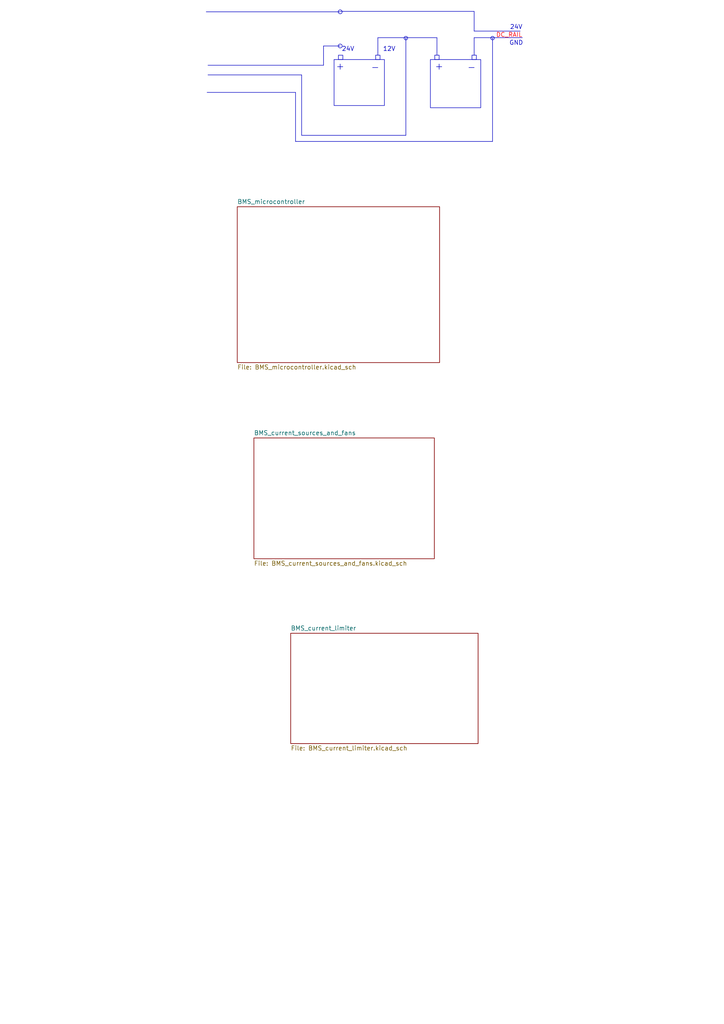
<source format=kicad_sch>
(kicad_sch
	(version 20231120)
	(generator "eeschema")
	(generator_version "8.0")
	(uuid "555ba40f-9abb-4b99-82c6-07e888fda9fd")
	(paper "A4" portrait)
	(lib_symbols)
	(polyline
		(pts
			(xy 137.541 9.017) (xy 150.876 9.017)
		)
		(stroke
			(width 0)
			(type default)
		)
		(uuid "036244c0-1450-4729-9223-f6160e799cd4")
	)
	(polyline
		(pts
			(xy 60.325 18.923) (xy 93.853 18.923)
		)
		(stroke
			(width 0)
			(type default)
		)
		(uuid "0e1d3b31-b1c9-4f96-a649-95c4fc8b3154")
	)
	(polyline
		(pts
			(xy 93.853 13.335) (xy 98.679 13.335)
		)
		(stroke
			(width 0)
			(type default)
		)
		(uuid "1986ff6f-994b-49a6-9111-b017e07c5d89")
	)
	(polyline
		(pts
			(xy 60.325 21.717) (xy 87.503 21.717)
		)
		(stroke
			(width 0)
			(type default)
		)
		(uuid "2c25c516-484a-4796-96cd-564887dae342")
	)
	(polyline
		(pts
			(xy 137.541 10.922) (xy 151.511 10.922)
		)
		(stroke
			(width 0)
			(type default)
		)
		(uuid "2d567b4d-af11-41a2-867d-82f01d27642a")
	)
	(polyline
		(pts
			(xy 109.601 16.002) (xy 109.601 10.922)
		)
		(stroke
			(width 0)
			(type default)
		)
		(uuid "323a1a9b-414a-4562-9302-4f261c452f62")
	)
	(polyline
		(pts
			(xy 142.875 11.049) (xy 142.875 41.021)
		)
		(stroke
			(width 0)
			(type default)
		)
		(uuid "32f6ec70-4b03-414d-a9b7-06b717ab1247")
	)
	(polyline
		(pts
			(xy 109.601 10.922) (xy 126.746 10.922)
		)
		(stroke
			(width 0)
			(type default)
		)
		(uuid "41f1fe44-54e7-4901-814a-cab34f69f532")
	)
	(polyline
		(pts
			(xy 117.729 11.049) (xy 117.729 39.243)
		)
		(stroke
			(width 0)
			(type default)
		)
		(uuid "42de3d3a-082a-40b4-a6f1-443bb31b64c3")
	)
	(polyline
		(pts
			(xy 137.541 16.002) (xy 137.541 10.922)
		)
		(stroke
			(width 0)
			(type default)
		)
		(uuid "46ae3541-3efe-452c-a84b-11516976ded6")
	)
	(polyline
		(pts
			(xy 137.541 3.302) (xy 137.541 9.017)
		)
		(stroke
			(width 0)
			(type default)
		)
		(uuid "4f353e70-4b91-404b-9acb-4bcab9052c9d")
	)
	(polyline
		(pts
			(xy 60.071 26.797) (xy 85.725 26.797)
		)
		(stroke
			(width 0)
			(type default)
		)
		(uuid "8a0b8c3b-4d3d-413b-9562-0b4dabcca899")
	)
	(polyline
		(pts
			(xy 87.503 21.717) (xy 87.503 39.243)
		)
		(stroke
			(width 0)
			(type default)
		)
		(uuid "a7515827-1a63-45b1-b25b-c6645d0705fb")
	)
	(polyline
		(pts
			(xy 85.725 41.021) (xy 142.875 41.021)
		)
		(stroke
			(width 0)
			(type default)
		)
		(uuid "b9708cdb-d4bc-4da4-9e09-8043444be99c")
	)
	(polyline
		(pts
			(xy 98.806 3.302) (xy 137.541 3.302)
		)
		(stroke
			(width 0)
			(type default)
		)
		(uuid "c1dbf9d0-41a3-4829-9e24-41a86095a1b9")
	)
	(polyline
		(pts
			(xy 93.853 18.923) (xy 93.853 13.335)
		)
		(stroke
			(width 0)
			(type default)
		)
		(uuid "e986d426-5c67-4082-9b3f-873c3de0e5fc")
	)
	(polyline
		(pts
			(xy 87.503 39.243) (xy 117.729 39.243)
		)
		(stroke
			(width 0)
			(type default)
		)
		(uuid "edf9b23a-b307-4816-85dd-27994268f369")
	)
	(polyline
		(pts
			(xy 59.817 3.429) (xy 98.679 3.429)
		)
		(stroke
			(width 0)
			(type default)
		)
		(uuid "f56ba620-c538-4feb-9015-43488fcbf8a9")
	)
	(polyline
		(pts
			(xy 126.746 10.922) (xy 126.746 16.002)
		)
		(stroke
			(width 0)
			(type default)
		)
		(uuid "f978ce8d-6721-4c06-823f-37976864a8e9")
	)
	(polyline
		(pts
			(xy 85.725 26.797) (xy 85.725 41.021)
		)
		(stroke
			(width 0)
			(type default)
		)
		(uuid "ff6a71f2-a656-4c46-9c34-6767b7b44841")
	)
	(rectangle
		(start 96.901 17.272)
		(end 111.506 30.607)
		(stroke
			(width 0)
			(type default)
		)
		(fill
			(type none)
		)
		(uuid 0a3cce5a-ff48-4be9-95e5-f367f310bd0a)
	)
	(circle
		(center 98.679 3.429)
		(radius 0.568)
		(stroke
			(width 0)
			(type default)
		)
		(fill
			(type color)
			(color 0 0 0 0)
		)
		(uuid 285244c2-569a-40a1-b774-4a65ec65e2e2)
	)
	(rectangle
		(start 136.906 16.002)
		(end 138.176 17.272)
		(stroke
			(width 0)
			(type default)
		)
		(fill
			(type none)
		)
		(uuid 2c20b3d8-dd7d-4c1d-a850-eead89811d97)
	)
	(circle
		(center 117.729 11.049)
		(radius 0.508)
		(stroke
			(width 0)
			(type default)
		)
		(fill
			(type color)
			(color 0 0 0 0)
		)
		(uuid 51ad0023-33c2-45f4-aeec-58a39fdfc2c0)
	)
	(rectangle
		(start 98.171 16.002)
		(end 99.441 17.272)
		(stroke
			(width 0)
			(type default)
		)
		(fill
			(type none)
		)
		(uuid 5fd2886c-5575-4abb-a277-f74495463e09)
	)
	(rectangle
		(start 126.111 16.002)
		(end 127.381 17.272)
		(stroke
			(width 0)
			(type default)
		)
		(fill
			(type none)
		)
		(uuid 7dcd2bd4-6288-4a8d-8d4f-37bef0c6d930)
	)
	(rectangle
		(start 124.841 17.272)
		(end 139.446 31.242)
		(stroke
			(width 0)
			(type default)
		)
		(fill
			(type none)
		)
		(uuid 82b0cf90-8614-4ce0-aa8b-b0c1443a133c)
	)
	(rectangle
		(start 108.966 16.002)
		(end 110.236 17.272)
		(stroke
			(width 0)
			(type default)
		)
		(fill
			(type none)
		)
		(uuid 931660a4-16ba-4f61-9c4b-85c0a292ca06)
	)
	(circle
		(center 98.679 13.335)
		(radius 0.568)
		(stroke
			(width 0)
			(type default)
		)
		(fill
			(type color)
			(color 0 0 0 0)
		)
		(uuid 98e6eb8b-13e7-4625-8572-83a6c03f8583)
	)
	(circle
		(center 142.875 11.049)
		(radius 0.508)
		(stroke
			(width 0)
			(type default)
		)
		(fill
			(type color)
			(color 0 0 0 0)
		)
		(uuid a072c202-9af7-4613-9644-32294692a847)
	)
	(text "-"
		(exclude_from_sim no)
		(at 136.779 19.685 0)
		(effects
			(font
				(size 2 2)
			)
		)
		(uuid "0e0ca85b-cf52-4273-8ae5-ad306712e2b1")
	)
	(text "+"
		(exclude_from_sim no)
		(at 127.381 19.431 0)
		(effects
			(font
				(size 2 2)
			)
		)
		(uuid "1bbbe571-f865-4932-a0ba-44734b278eb7")
	)
	(text "24V"
		(exclude_from_sim no)
		(at 100.965 14.351 0)
		(effects
			(font
				(size 1.27 1.27)
			)
		)
		(uuid "817f52e6-53c7-4000-8949-62d29a4f6f57")
	)
	(text "+"
		(exclude_from_sim no)
		(at 98.679 19.431 0)
		(effects
			(font
				(size 2 2)
			)
		)
		(uuid "9eafe8d9-1dd8-4c2a-b512-eec8ffdf13f1")
	)
	(text "DC_RAIL"
		(exclude_from_sim no)
		(at 147.701 10.287 0)
		(effects
			(font
				(size 1.27 1.27)
				(color 255 10 23 1)
			)
		)
		(uuid "ac8f8fde-390d-4b1e-bb4a-eae9d8300bd3")
	)
	(text "12V"
		(exclude_from_sim no)
		(at 112.903 14.351 0)
		(effects
			(font
				(size 1.27 1.27)
			)
		)
		(uuid "c70bb36e-eda4-403e-91bb-502399161be8")
	)
	(text "24V"
		(exclude_from_sim no)
		(at 149.733 8.001 0)
		(effects
			(font
				(size 1.27 1.27)
			)
		)
		(uuid "d156d068-6b31-4e73-80db-459b6ca68800")
	)
	(text "-"
		(exclude_from_sim no)
		(at 108.839 19.685 0)
		(effects
			(font
				(size 2 2)
			)
		)
		(uuid "f085b7d3-c905-4218-aef5-b92f9b4a7938")
	)
	(text "GND"
		(exclude_from_sim no)
		(at 149.733 12.573 0)
		(effects
			(font
				(size 1.27 1.27)
			)
		)
		(uuid "ff3a808b-e89f-4f63-a2dd-0ba27d3d71f4")
	)
	(sheet
		(at 68.834 59.944)
		(size 58.674 45.212)
		(fields_autoplaced yes)
		(stroke
			(width 0.1524)
			(type solid)
		)
		(fill
			(color 0 0 0 0.0000)
		)
		(uuid "3b90ff07-e5cb-404b-939d-de320e975ba1")
		(property "Sheetname" "BMS_microcontroller"
			(at 68.834 59.2324 0)
			(effects
				(font
					(size 1.27 1.27)
				)
				(justify left bottom)
			)
		)
		(property "Sheetfile" "BMS_microcontroller.kicad_sch"
			(at 68.834 105.7406 0)
			(effects
				(font
					(size 1.27 1.27)
				)
				(justify left top)
			)
		)
		(instances
			(project "Balancer+ESP"
				(path "/555ba40f-9abb-4b99-82c6-07e888fda9fd"
					(page "5")
				)
			)
		)
	)
	(sheet
		(at 73.66 127)
		(size 52.324 35.052)
		(fields_autoplaced yes)
		(stroke
			(width 0.1524)
			(type solid)
		)
		(fill
			(color 0 0 0 0.0000)
		)
		(uuid "918b88dd-8c9a-4153-9aaf-3fa336d7bf39")
		(property "Sheetname" "BMS_current_sources_and_fans"
			(at 73.66 126.2884 0)
			(effects
				(font
					(size 1.27 1.27)
				)
				(justify left bottom)
			)
		)
		(property "Sheetfile" "BMS_current_sources_and_fans.kicad_sch"
			(at 73.66 162.6366 0)
			(effects
				(font
					(size 1.27 1.27)
				)
				(justify left top)
			)
		)
		(instances
			(project "Balancer+ESP"
				(path "/555ba40f-9abb-4b99-82c6-07e888fda9fd"
					(page "4")
				)
			)
		)
	)
	(sheet
		(at 84.328 183.642)
		(size 54.356 32.004)
		(fields_autoplaced yes)
		(stroke
			(width 0.1524)
			(type solid)
		)
		(fill
			(color 0 0 0 0.0000)
		)
		(uuid "f65ef685-3e95-4f8a-97fe-0688761539e6")
		(property "Sheetname" "BMS_current_limiter"
			(at 84.328 182.9304 0)
			(effects
				(font
					(size 1.27 1.27)
				)
				(justify left bottom)
			)
		)
		(property "Sheetfile" "BMS_current_limiter.kicad_sch"
			(at 84.328 216.2306 0)
			(effects
				(font
					(size 1.27 1.27)
				)
				(justify left top)
			)
		)
		(instances
			(project "Balancer+ESP"
				(path "/555ba40f-9abb-4b99-82c6-07e888fda9fd"
					(page "2")
				)
			)
		)
	)
	(sheet_instances
		(path "/"
			(page "1")
		)
	)
)
</source>
